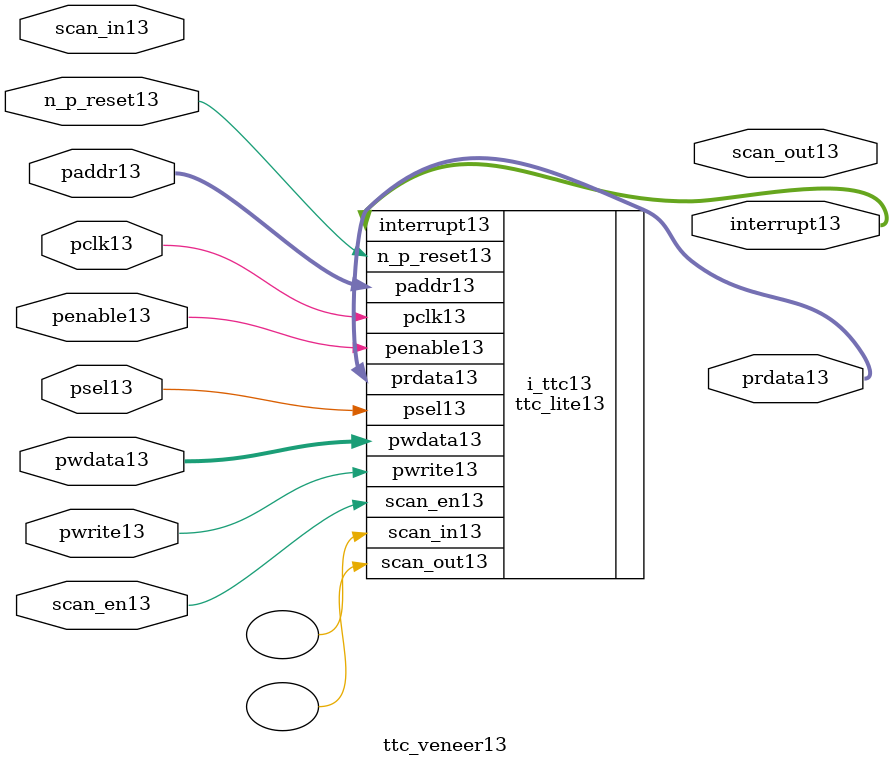
<source format=v>
module ttc_veneer13 (
           
           //inputs13
           n_p_reset13,
           pclk13,
           psel13,
           penable13,
           pwrite13,
           pwdata13,
           paddr13,
           scan_in13,
           scan_en13,

           //outputs13
           prdata13,
           interrupt13,
           scan_out13           

           );


//-----------------------------------------------------------------------------
// PORT DECLARATIONS13
//-----------------------------------------------------------------------------

   input         n_p_reset13;            //System13 Reset13
   input         pclk13;                 //System13 clock13
   input         psel13;                 //Select13 line
   input         penable13;              //Enable13
   input         pwrite13;               //Write line, 1 for write, 0 for read
   input [31:0]  pwdata13;               //Write data
   input [7:0]   paddr13;                //Address Bus13 register
   input         scan_in13;              //Scan13 chain13 input port
   input         scan_en13;              //Scan13 chain13 enable port
   
   output [31:0] prdata13;               //Read Data from the APB13 Interface13
   output [3:1]  interrupt13;            //Interrupt13 from PCI13 
   output        scan_out13;             //Scan13 chain13 output port

//##############################################################################
// if the TTC13 is NOT13 black13 boxed13 
//##############################################################################
`ifndef FV_KIT_BLACK_BOX_TTC13 

ttc_lite13 i_ttc13(

   //inputs13
   .n_p_reset13(n_p_reset13),
   .pclk13(pclk13),
   .psel13(psel13),
   .penable13(penable13),
   .pwrite13(pwrite13),
   .pwdata13(pwdata13),
   .paddr13(paddr13),
   .scan_in13(),
   .scan_en13(scan_en13),

   //outputs13
   .prdata13(prdata13),
   .interrupt13(interrupt13),
   .scan_out13()
);

`else 
//##############################################################################
// if the TTC13 is black13 boxed13 
//##############################################################################

   wire          n_p_reset13;            //System13 Reset13
   wire          pclk13;                 //System13 clock13
   wire          psel13;                 //Select13 line
   wire          penable13;              //Enable13
   wire          pwrite13;               //Write line, 1 for write, 0 for read
   wire  [31:0]  pwdata13;               //Write data
   wire  [7:0]   paddr13;                //Address Bus13 register
   wire          scan_in13;              //Scan13 chain13 wire  port
   wire          scan_en13;              //Scan13 chain13 enable port
   
   reg    [31:0] prdata13;               //Read Data from the APB13 Interface13
   reg    [3:1]  interrupt13;            //Interrupt13 from PCI13 
   reg           scan_out13;             //Scan13 chain13 reg    port

`endif
//##############################################################################
// black13 boxed13 defines13 
//##############################################################################

endmodule

</source>
